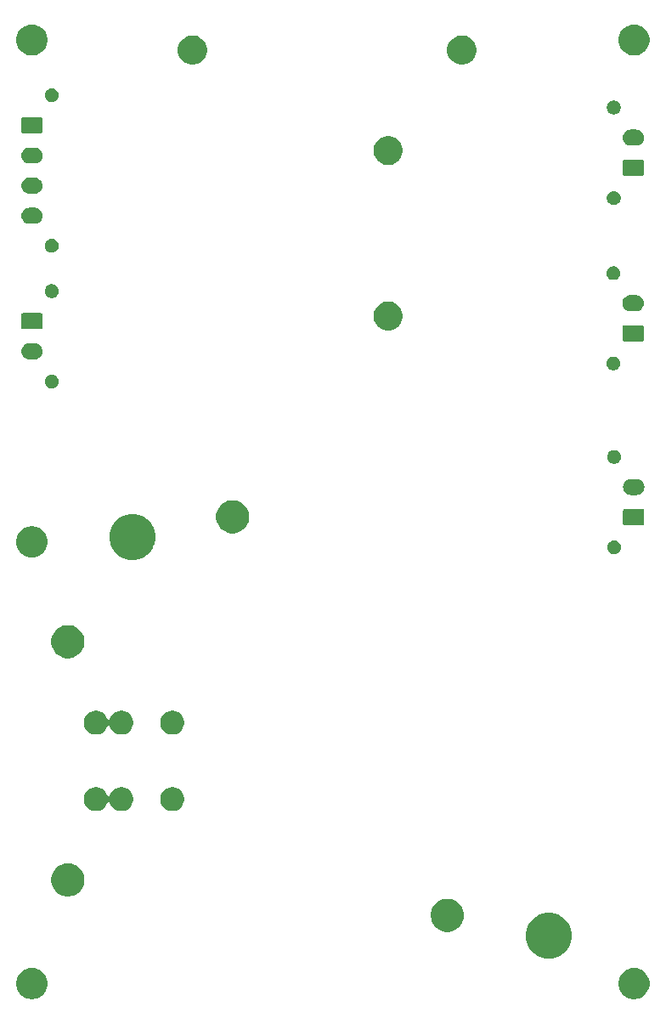
<source format=gbr>
G04 #@! TF.GenerationSoftware,KiCad,Pcbnew,(5.1.6)-1*
G04 #@! TF.CreationDate,2020-09-12T13:36:04-05:00*
G04 #@! TF.ProjectId,ContactorDriver,436f6e74-6163-4746-9f72-447269766572,rev?*
G04 #@! TF.SameCoordinates,Original*
G04 #@! TF.FileFunction,Soldermask,Bot*
G04 #@! TF.FilePolarity,Negative*
%FSLAX46Y46*%
G04 Gerber Fmt 4.6, Leading zero omitted, Abs format (unit mm)*
G04 Created by KiCad (PCBNEW (5.1.6)-1) date 2020-09-12 13:36:04*
%MOMM*%
%LPD*%
G01*
G04 APERTURE LIST*
%ADD10C,0.100000*%
G04 APERTURE END LIST*
D10*
G36*
X227302585Y-163478802D02*
G01*
X227452410Y-163508604D01*
X227734674Y-163625521D01*
X227988705Y-163795259D01*
X228204741Y-164011295D01*
X228374479Y-164265326D01*
X228491396Y-164547590D01*
X228551000Y-164847240D01*
X228551000Y-165152760D01*
X228491396Y-165452410D01*
X228374479Y-165734674D01*
X228204741Y-165988705D01*
X227988705Y-166204741D01*
X227734674Y-166374479D01*
X227452410Y-166491396D01*
X227302585Y-166521198D01*
X227152761Y-166551000D01*
X226847239Y-166551000D01*
X226697415Y-166521198D01*
X226547590Y-166491396D01*
X226265326Y-166374479D01*
X226011295Y-166204741D01*
X225795259Y-165988705D01*
X225625521Y-165734674D01*
X225508604Y-165452410D01*
X225449000Y-165152760D01*
X225449000Y-164847240D01*
X225508604Y-164547590D01*
X225625521Y-164265326D01*
X225795259Y-164011295D01*
X226011295Y-163795259D01*
X226265326Y-163625521D01*
X226547590Y-163508604D01*
X226697415Y-163478802D01*
X226847239Y-163449000D01*
X227152761Y-163449000D01*
X227302585Y-163478802D01*
G37*
G36*
X167302585Y-163478802D02*
G01*
X167452410Y-163508604D01*
X167734674Y-163625521D01*
X167988705Y-163795259D01*
X168204741Y-164011295D01*
X168374479Y-164265326D01*
X168491396Y-164547590D01*
X168551000Y-164847240D01*
X168551000Y-165152760D01*
X168491396Y-165452410D01*
X168374479Y-165734674D01*
X168204741Y-165988705D01*
X167988705Y-166204741D01*
X167734674Y-166374479D01*
X167452410Y-166491396D01*
X167302585Y-166521198D01*
X167152761Y-166551000D01*
X166847239Y-166551000D01*
X166697415Y-166521198D01*
X166547590Y-166491396D01*
X166265326Y-166374479D01*
X166011295Y-166204741D01*
X165795259Y-165988705D01*
X165625521Y-165734674D01*
X165508604Y-165452410D01*
X165449000Y-165152760D01*
X165449000Y-164847240D01*
X165508604Y-164547590D01*
X165625521Y-164265326D01*
X165795259Y-164011295D01*
X166011295Y-163795259D01*
X166265326Y-163625521D01*
X166547590Y-163508604D01*
X166697415Y-163478802D01*
X166847239Y-163449000D01*
X167152761Y-163449000D01*
X167302585Y-163478802D01*
G37*
G36*
X219171304Y-158037002D02*
G01*
X219590139Y-158210489D01*
X219590141Y-158210490D01*
X219779891Y-158337277D01*
X219967082Y-158462354D01*
X220287646Y-158782918D01*
X220539511Y-159159861D01*
X220712998Y-159578696D01*
X220801440Y-160023327D01*
X220801440Y-160476673D01*
X220712998Y-160921304D01*
X220539511Y-161340139D01*
X220539510Y-161340141D01*
X220287645Y-161717083D01*
X219967083Y-162037645D01*
X219590141Y-162289510D01*
X219590140Y-162289511D01*
X219590139Y-162289511D01*
X219171304Y-162462998D01*
X218726673Y-162551440D01*
X218273327Y-162551440D01*
X217828696Y-162462998D01*
X217409861Y-162289511D01*
X217409860Y-162289511D01*
X217409859Y-162289510D01*
X217032917Y-162037645D01*
X216712355Y-161717083D01*
X216460490Y-161340141D01*
X216460489Y-161340139D01*
X216287002Y-160921304D01*
X216198560Y-160476673D01*
X216198560Y-160023327D01*
X216287002Y-159578696D01*
X216460489Y-159159861D01*
X216712354Y-158782918D01*
X217032918Y-158462354D01*
X217220109Y-158337277D01*
X217409859Y-158210490D01*
X217409861Y-158210489D01*
X217828696Y-158037002D01*
X218273327Y-157948560D01*
X218726673Y-157948560D01*
X219171304Y-158037002D01*
G37*
G36*
X208775256Y-156591298D02*
G01*
X208881579Y-156612447D01*
X209182042Y-156736903D01*
X209452451Y-156917585D01*
X209682415Y-157147549D01*
X209682416Y-157147551D01*
X209863098Y-157417960D01*
X209987553Y-157718422D01*
X210051000Y-158037389D01*
X210051000Y-158362611D01*
X210008702Y-158575256D01*
X209987553Y-158681579D01*
X209863097Y-158982042D01*
X209682415Y-159252451D01*
X209452451Y-159482415D01*
X209182042Y-159663097D01*
X208881579Y-159787553D01*
X208775256Y-159808702D01*
X208562611Y-159851000D01*
X208237389Y-159851000D01*
X208024744Y-159808702D01*
X207918421Y-159787553D01*
X207617958Y-159663097D01*
X207347549Y-159482415D01*
X207117585Y-159252451D01*
X206936903Y-158982042D01*
X206812447Y-158681579D01*
X206791298Y-158575256D01*
X206749000Y-158362611D01*
X206749000Y-158037389D01*
X206812447Y-157718422D01*
X206936902Y-157417960D01*
X207117584Y-157147551D01*
X207117585Y-157147549D01*
X207347549Y-156917585D01*
X207617958Y-156736903D01*
X207918421Y-156612447D01*
X208024744Y-156591298D01*
X208237389Y-156549000D01*
X208562611Y-156549000D01*
X208775256Y-156591298D01*
G37*
G36*
X170955256Y-153071298D02*
G01*
X171061579Y-153092447D01*
X171362042Y-153216903D01*
X171632451Y-153397585D01*
X171862415Y-153627549D01*
X172043097Y-153897958D01*
X172167553Y-154198421D01*
X172231000Y-154517391D01*
X172231000Y-154842609D01*
X172167553Y-155161579D01*
X172043097Y-155462042D01*
X171862415Y-155732451D01*
X171632451Y-155962415D01*
X171362042Y-156143097D01*
X171061579Y-156267553D01*
X170955256Y-156288702D01*
X170742611Y-156331000D01*
X170417389Y-156331000D01*
X170204744Y-156288702D01*
X170098421Y-156267553D01*
X169797958Y-156143097D01*
X169527549Y-155962415D01*
X169297585Y-155732451D01*
X169116903Y-155462042D01*
X168992447Y-155161579D01*
X168929000Y-154842609D01*
X168929000Y-154517391D01*
X168992447Y-154198421D01*
X169116903Y-153897958D01*
X169297585Y-153627549D01*
X169527549Y-153397585D01*
X169797958Y-153216903D01*
X170098421Y-153092447D01*
X170204744Y-153071298D01*
X170417389Y-153029000D01*
X170742611Y-153029000D01*
X170955256Y-153071298D01*
G37*
G36*
X181348276Y-145471884D02*
G01*
X181565569Y-145561890D01*
X181565571Y-145561891D01*
X181761130Y-145692560D01*
X181927440Y-145858870D01*
X182058110Y-146054431D01*
X182148116Y-146271724D01*
X182194000Y-146502400D01*
X182194000Y-146737600D01*
X182148116Y-146968276D01*
X182058110Y-147185569D01*
X182058109Y-147185571D01*
X181927440Y-147381130D01*
X181761130Y-147547440D01*
X181565571Y-147678109D01*
X181565570Y-147678110D01*
X181565569Y-147678110D01*
X181348276Y-147768116D01*
X181117600Y-147814000D01*
X180882400Y-147814000D01*
X180651724Y-147768116D01*
X180434431Y-147678110D01*
X180434430Y-147678110D01*
X180434429Y-147678109D01*
X180238870Y-147547440D01*
X180072560Y-147381130D01*
X179941891Y-147185571D01*
X179941890Y-147185569D01*
X179851884Y-146968276D01*
X179806000Y-146737600D01*
X179806000Y-146502400D01*
X179851884Y-146271724D01*
X179941890Y-146054431D01*
X180072560Y-145858870D01*
X180238870Y-145692560D01*
X180434429Y-145561891D01*
X180434431Y-145561890D01*
X180651724Y-145471884D01*
X180882400Y-145426000D01*
X181117600Y-145426000D01*
X181348276Y-145471884D01*
G37*
G36*
X173728276Y-145471884D02*
G01*
X173945569Y-145561890D01*
X173945571Y-145561891D01*
X174141130Y-145692560D01*
X174307440Y-145858870D01*
X174438110Y-146054431D01*
X174529513Y-146275097D01*
X174534516Y-146291589D01*
X174546067Y-146313199D01*
X174561613Y-146332141D01*
X174580555Y-146347686D01*
X174602165Y-146359237D01*
X174625614Y-146366350D01*
X174650000Y-146368752D01*
X174674387Y-146366350D01*
X174697836Y-146359237D01*
X174719446Y-146347686D01*
X174738388Y-146332140D01*
X174753933Y-146313198D01*
X174765484Y-146291588D01*
X174770486Y-146275098D01*
X174861890Y-146054431D01*
X174992560Y-145858870D01*
X175158870Y-145692560D01*
X175354429Y-145561891D01*
X175354431Y-145561890D01*
X175571724Y-145471884D01*
X175802400Y-145426000D01*
X176037600Y-145426000D01*
X176268276Y-145471884D01*
X176485569Y-145561890D01*
X176485571Y-145561891D01*
X176681130Y-145692560D01*
X176847440Y-145858870D01*
X176978110Y-146054431D01*
X177068116Y-146271724D01*
X177114000Y-146502400D01*
X177114000Y-146737600D01*
X177068116Y-146968276D01*
X176978110Y-147185569D01*
X176978109Y-147185571D01*
X176847440Y-147381130D01*
X176681130Y-147547440D01*
X176485571Y-147678109D01*
X176485570Y-147678110D01*
X176485569Y-147678110D01*
X176268276Y-147768116D01*
X176037600Y-147814000D01*
X175802400Y-147814000D01*
X175571724Y-147768116D01*
X175354431Y-147678110D01*
X175354430Y-147678110D01*
X175354429Y-147678109D01*
X175158870Y-147547440D01*
X174992560Y-147381130D01*
X174861891Y-147185571D01*
X174771885Y-146968277D01*
X174770487Y-146964903D01*
X174765484Y-146948411D01*
X174753933Y-146926801D01*
X174738387Y-146907859D01*
X174719445Y-146892314D01*
X174697835Y-146880763D01*
X174674386Y-146873650D01*
X174650000Y-146871248D01*
X174625613Y-146873650D01*
X174602164Y-146880763D01*
X174580554Y-146892314D01*
X174561612Y-146907860D01*
X174546067Y-146926802D01*
X174534516Y-146948412D01*
X174529514Y-146964902D01*
X174438110Y-147185569D01*
X174438109Y-147185571D01*
X174307440Y-147381130D01*
X174141130Y-147547440D01*
X173945571Y-147678109D01*
X173945570Y-147678110D01*
X173945569Y-147678110D01*
X173728276Y-147768116D01*
X173497600Y-147814000D01*
X173262400Y-147814000D01*
X173031724Y-147768116D01*
X172814431Y-147678110D01*
X172814430Y-147678110D01*
X172814429Y-147678109D01*
X172618870Y-147547440D01*
X172452560Y-147381130D01*
X172321891Y-147185571D01*
X172321890Y-147185569D01*
X172231884Y-146968276D01*
X172186000Y-146737600D01*
X172186000Y-146502400D01*
X172231884Y-146271724D01*
X172321890Y-146054431D01*
X172452560Y-145858870D01*
X172618870Y-145692560D01*
X172814429Y-145561891D01*
X172814431Y-145561890D01*
X173031724Y-145471884D01*
X173262400Y-145426000D01*
X173497600Y-145426000D01*
X173728276Y-145471884D01*
G37*
G36*
X173728276Y-137851884D02*
G01*
X173945569Y-137941890D01*
X173945571Y-137941891D01*
X174141130Y-138072560D01*
X174307440Y-138238870D01*
X174438110Y-138434431D01*
X174529513Y-138655097D01*
X174534516Y-138671589D01*
X174546067Y-138693199D01*
X174561613Y-138712141D01*
X174580555Y-138727686D01*
X174602165Y-138739237D01*
X174625614Y-138746350D01*
X174650000Y-138748752D01*
X174674387Y-138746350D01*
X174697836Y-138739237D01*
X174719446Y-138727686D01*
X174738388Y-138712140D01*
X174753933Y-138693198D01*
X174765484Y-138671588D01*
X174770486Y-138655098D01*
X174861890Y-138434431D01*
X174992560Y-138238870D01*
X175158870Y-138072560D01*
X175354429Y-137941891D01*
X175354431Y-137941890D01*
X175571724Y-137851884D01*
X175802400Y-137806000D01*
X176037600Y-137806000D01*
X176268276Y-137851884D01*
X176485569Y-137941890D01*
X176485571Y-137941891D01*
X176681130Y-138072560D01*
X176847440Y-138238870D01*
X176978110Y-138434431D01*
X177068116Y-138651724D01*
X177114000Y-138882400D01*
X177114000Y-139117600D01*
X177068116Y-139348276D01*
X176978110Y-139565569D01*
X176978109Y-139565571D01*
X176847440Y-139761130D01*
X176681130Y-139927440D01*
X176485571Y-140058109D01*
X176485570Y-140058110D01*
X176485569Y-140058110D01*
X176268276Y-140148116D01*
X176037600Y-140194000D01*
X175802400Y-140194000D01*
X175571724Y-140148116D01*
X175354431Y-140058110D01*
X175354430Y-140058110D01*
X175354429Y-140058109D01*
X175158870Y-139927440D01*
X174992560Y-139761130D01*
X174861891Y-139565571D01*
X174771885Y-139348277D01*
X174770487Y-139344903D01*
X174765484Y-139328411D01*
X174753933Y-139306801D01*
X174738387Y-139287859D01*
X174719445Y-139272314D01*
X174697835Y-139260763D01*
X174674386Y-139253650D01*
X174650000Y-139251248D01*
X174625613Y-139253650D01*
X174602164Y-139260763D01*
X174580554Y-139272314D01*
X174561612Y-139287860D01*
X174546067Y-139306802D01*
X174534516Y-139328412D01*
X174529514Y-139344902D01*
X174438110Y-139565569D01*
X174438109Y-139565571D01*
X174307440Y-139761130D01*
X174141130Y-139927440D01*
X173945571Y-140058109D01*
X173945570Y-140058110D01*
X173945569Y-140058110D01*
X173728276Y-140148116D01*
X173497600Y-140194000D01*
X173262400Y-140194000D01*
X173031724Y-140148116D01*
X172814431Y-140058110D01*
X172814430Y-140058110D01*
X172814429Y-140058109D01*
X172618870Y-139927440D01*
X172452560Y-139761130D01*
X172321891Y-139565571D01*
X172321890Y-139565569D01*
X172231884Y-139348276D01*
X172186000Y-139117600D01*
X172186000Y-138882400D01*
X172231884Y-138651724D01*
X172321890Y-138434431D01*
X172452560Y-138238870D01*
X172618870Y-138072560D01*
X172814429Y-137941891D01*
X172814431Y-137941890D01*
X173031724Y-137851884D01*
X173262400Y-137806000D01*
X173497600Y-137806000D01*
X173728276Y-137851884D01*
G37*
G36*
X181348276Y-137851884D02*
G01*
X181565569Y-137941890D01*
X181565571Y-137941891D01*
X181761130Y-138072560D01*
X181927440Y-138238870D01*
X182058110Y-138434431D01*
X182148116Y-138651724D01*
X182194000Y-138882400D01*
X182194000Y-139117600D01*
X182148116Y-139348276D01*
X182058110Y-139565569D01*
X182058109Y-139565571D01*
X181927440Y-139761130D01*
X181761130Y-139927440D01*
X181565571Y-140058109D01*
X181565570Y-140058110D01*
X181565569Y-140058110D01*
X181348276Y-140148116D01*
X181117600Y-140194000D01*
X180882400Y-140194000D01*
X180651724Y-140148116D01*
X180434431Y-140058110D01*
X180434430Y-140058110D01*
X180434429Y-140058109D01*
X180238870Y-139927440D01*
X180072560Y-139761130D01*
X179941891Y-139565571D01*
X179941890Y-139565569D01*
X179851884Y-139348276D01*
X179806000Y-139117600D01*
X179806000Y-138882400D01*
X179851884Y-138651724D01*
X179941890Y-138434431D01*
X180072560Y-138238870D01*
X180238870Y-138072560D01*
X180434429Y-137941891D01*
X180434431Y-137941890D01*
X180651724Y-137851884D01*
X180882400Y-137806000D01*
X181117600Y-137806000D01*
X181348276Y-137851884D01*
G37*
G36*
X170955256Y-129331298D02*
G01*
X171061579Y-129352447D01*
X171362042Y-129476903D01*
X171632451Y-129657585D01*
X171862415Y-129887549D01*
X172043097Y-130157958D01*
X172167553Y-130458421D01*
X172231000Y-130777391D01*
X172231000Y-131102609D01*
X172167553Y-131421579D01*
X172043097Y-131722042D01*
X171862415Y-131992451D01*
X171632451Y-132222415D01*
X171362042Y-132403097D01*
X171061579Y-132527553D01*
X170955256Y-132548702D01*
X170742611Y-132591000D01*
X170417389Y-132591000D01*
X170204744Y-132548702D01*
X170098421Y-132527553D01*
X169797958Y-132403097D01*
X169527549Y-132222415D01*
X169297585Y-131992451D01*
X169116903Y-131722042D01*
X168992447Y-131421579D01*
X168929000Y-131102609D01*
X168929000Y-130777391D01*
X168992447Y-130458421D01*
X169116903Y-130157958D01*
X169297585Y-129887549D01*
X169527549Y-129657585D01*
X169797958Y-129476903D01*
X170098421Y-129352447D01*
X170204744Y-129331298D01*
X170417389Y-129289000D01*
X170742611Y-129289000D01*
X170955256Y-129331298D01*
G37*
G36*
X177671304Y-118287002D02*
G01*
X178090139Y-118460489D01*
X178090141Y-118460490D01*
X178279891Y-118587277D01*
X178467082Y-118712354D01*
X178787646Y-119032918D01*
X178876085Y-119165276D01*
X178986217Y-119330100D01*
X179039511Y-119409861D01*
X179212998Y-119828696D01*
X179301440Y-120273327D01*
X179301440Y-120726673D01*
X179212998Y-121171304D01*
X179096560Y-121452410D01*
X179039510Y-121590141D01*
X179035150Y-121596666D01*
X178863178Y-121854041D01*
X178787645Y-121967083D01*
X178467083Y-122287645D01*
X178090141Y-122539510D01*
X178090140Y-122539511D01*
X178090139Y-122539511D01*
X177671304Y-122712998D01*
X177226673Y-122801440D01*
X176773327Y-122801440D01*
X176328696Y-122712998D01*
X175909861Y-122539511D01*
X175909860Y-122539511D01*
X175909859Y-122539510D01*
X175532917Y-122287645D01*
X175212355Y-121967083D01*
X175136823Y-121854041D01*
X174964850Y-121596666D01*
X174960490Y-121590141D01*
X174903440Y-121452410D01*
X174787002Y-121171304D01*
X174698560Y-120726673D01*
X174698560Y-120273327D01*
X174787002Y-119828696D01*
X174960489Y-119409861D01*
X175013784Y-119330100D01*
X175123915Y-119165276D01*
X175212354Y-119032918D01*
X175532918Y-118712354D01*
X175720109Y-118587277D01*
X175909859Y-118460490D01*
X175909861Y-118460489D01*
X176328696Y-118287002D01*
X176773327Y-118198560D01*
X177226673Y-118198560D01*
X177671304Y-118287002D01*
G37*
G36*
X167302585Y-119478802D02*
G01*
X167452410Y-119508604D01*
X167734674Y-119625521D01*
X167988705Y-119795259D01*
X168204741Y-120011295D01*
X168374479Y-120265326D01*
X168491396Y-120547590D01*
X168491396Y-120547591D01*
X168551000Y-120847239D01*
X168551000Y-121152761D01*
X168547311Y-121171305D01*
X168491396Y-121452410D01*
X168374479Y-121734674D01*
X168204741Y-121988705D01*
X167988705Y-122204741D01*
X167734674Y-122374479D01*
X167452410Y-122491396D01*
X167302585Y-122521198D01*
X167152761Y-122551000D01*
X166847239Y-122551000D01*
X166697415Y-122521198D01*
X166547590Y-122491396D01*
X166265326Y-122374479D01*
X166011295Y-122204741D01*
X165795259Y-121988705D01*
X165625521Y-121734674D01*
X165508604Y-121452410D01*
X165452689Y-121171305D01*
X165449000Y-121152761D01*
X165449000Y-120847239D01*
X165508604Y-120547591D01*
X165508604Y-120547590D01*
X165625521Y-120265326D01*
X165795259Y-120011295D01*
X166011295Y-119795259D01*
X166265326Y-119625521D01*
X166547590Y-119508604D01*
X166697415Y-119478802D01*
X166847239Y-119449000D01*
X167152761Y-119449000D01*
X167302585Y-119478802D01*
G37*
G36*
X225214498Y-120869462D02*
G01*
X225339341Y-120921174D01*
X225339343Y-120921175D01*
X225451699Y-120996249D01*
X225547251Y-121091801D01*
X225587983Y-121152760D01*
X225622326Y-121204159D01*
X225674038Y-121329002D01*
X225700400Y-121461534D01*
X225700400Y-121596666D01*
X225674038Y-121729198D01*
X225622326Y-121854041D01*
X225622325Y-121854043D01*
X225547251Y-121966399D01*
X225451699Y-122061951D01*
X225339343Y-122137025D01*
X225339342Y-122137026D01*
X225339341Y-122137026D01*
X225214498Y-122188738D01*
X225081966Y-122215100D01*
X224946834Y-122215100D01*
X224814302Y-122188738D01*
X224689459Y-122137026D01*
X224689458Y-122137026D01*
X224689457Y-122137025D01*
X224577101Y-122061951D01*
X224481549Y-121966399D01*
X224406475Y-121854043D01*
X224406474Y-121854041D01*
X224354762Y-121729198D01*
X224328400Y-121596666D01*
X224328400Y-121461534D01*
X224354762Y-121329002D01*
X224406474Y-121204159D01*
X224440818Y-121152760D01*
X224481549Y-121091801D01*
X224577101Y-120996249D01*
X224689457Y-120921175D01*
X224689459Y-120921174D01*
X224814302Y-120869462D01*
X224946834Y-120843100D01*
X225081966Y-120843100D01*
X225214498Y-120869462D01*
G37*
G36*
X187375256Y-116891298D02*
G01*
X187481579Y-116912447D01*
X187782042Y-117036903D01*
X188052451Y-117217585D01*
X188282415Y-117447549D01*
X188282416Y-117447551D01*
X188463098Y-117717960D01*
X188499550Y-117805963D01*
X188545919Y-117917907D01*
X188587553Y-118018422D01*
X188640978Y-118287003D01*
X188651000Y-118337391D01*
X188651000Y-118662609D01*
X188587553Y-118981579D01*
X188463097Y-119282042D01*
X188282415Y-119552451D01*
X188052451Y-119782415D01*
X187782042Y-119963097D01*
X187481579Y-120087553D01*
X187375256Y-120108702D01*
X187162611Y-120151000D01*
X186837389Y-120151000D01*
X186624744Y-120108702D01*
X186518421Y-120087553D01*
X186217958Y-119963097D01*
X185947549Y-119782415D01*
X185717585Y-119552451D01*
X185536903Y-119282042D01*
X185412447Y-118981579D01*
X185349000Y-118662609D01*
X185349000Y-118337391D01*
X185359023Y-118287003D01*
X185412447Y-118018422D01*
X185454082Y-117917907D01*
X185500450Y-117805963D01*
X185536902Y-117717960D01*
X185717584Y-117447551D01*
X185717585Y-117447549D01*
X185947549Y-117217585D01*
X186217958Y-117036903D01*
X186518421Y-116912447D01*
X186624744Y-116891298D01*
X186837389Y-116849000D01*
X187162611Y-116849000D01*
X187375256Y-116891298D01*
G37*
G36*
X227887448Y-117732222D02*
G01*
X227921787Y-117742639D01*
X227953436Y-117759556D01*
X227981178Y-117782322D01*
X228003944Y-117810064D01*
X228020861Y-117841713D01*
X228031278Y-117876052D01*
X228035400Y-117917907D01*
X228035400Y-119140293D01*
X228031278Y-119182148D01*
X228020861Y-119216487D01*
X228003944Y-119248136D01*
X227981178Y-119275878D01*
X227953436Y-119298644D01*
X227921787Y-119315561D01*
X227887448Y-119325978D01*
X227845593Y-119330100D01*
X226103207Y-119330100D01*
X226061352Y-119325978D01*
X226027013Y-119315561D01*
X225995364Y-119298644D01*
X225967622Y-119275878D01*
X225944856Y-119248136D01*
X225927939Y-119216487D01*
X225917522Y-119182148D01*
X225913400Y-119140293D01*
X225913400Y-117917907D01*
X225917522Y-117876052D01*
X225927939Y-117841713D01*
X225944856Y-117810064D01*
X225967622Y-117782322D01*
X225995364Y-117759556D01*
X226027013Y-117742639D01*
X226061352Y-117732222D01*
X226103207Y-117728100D01*
X227845593Y-117728100D01*
X227887448Y-117732222D01*
G37*
G36*
X227312971Y-114731963D02*
G01*
X227391423Y-114739690D01*
X227492082Y-114770225D01*
X227542413Y-114785492D01*
X227681565Y-114859871D01*
X227803533Y-114959967D01*
X227903629Y-115081935D01*
X227978008Y-115221087D01*
X227978008Y-115221088D01*
X228023810Y-115372077D01*
X228039275Y-115529100D01*
X228023810Y-115686123D01*
X227993275Y-115786782D01*
X227978008Y-115837113D01*
X227903629Y-115976265D01*
X227803533Y-116098233D01*
X227681565Y-116198329D01*
X227542413Y-116272708D01*
X227492082Y-116287975D01*
X227391423Y-116318510D01*
X227312971Y-116326237D01*
X227273746Y-116330100D01*
X226675054Y-116330100D01*
X226635829Y-116326237D01*
X226557377Y-116318510D01*
X226456718Y-116287975D01*
X226406387Y-116272708D01*
X226267235Y-116198329D01*
X226145267Y-116098233D01*
X226045171Y-115976265D01*
X225970792Y-115837113D01*
X225955525Y-115786782D01*
X225924990Y-115686123D01*
X225909525Y-115529100D01*
X225924990Y-115372077D01*
X225970792Y-115221088D01*
X225970792Y-115221087D01*
X226045171Y-115081935D01*
X226145267Y-114959967D01*
X226267235Y-114859871D01*
X226406387Y-114785492D01*
X226456718Y-114770225D01*
X226557377Y-114739690D01*
X226635829Y-114731963D01*
X226675054Y-114728100D01*
X227273746Y-114728100D01*
X227312971Y-114731963D01*
G37*
G36*
X225214498Y-111869462D02*
G01*
X225339341Y-111921174D01*
X225339343Y-111921175D01*
X225451699Y-111996249D01*
X225547251Y-112091801D01*
X225622326Y-112204159D01*
X225674038Y-112329002D01*
X225700400Y-112461534D01*
X225700400Y-112596666D01*
X225674038Y-112729198D01*
X225622326Y-112854041D01*
X225622325Y-112854043D01*
X225547251Y-112966399D01*
X225451699Y-113061951D01*
X225339343Y-113137025D01*
X225339342Y-113137026D01*
X225339341Y-113137026D01*
X225214498Y-113188738D01*
X225081966Y-113215100D01*
X224946834Y-113215100D01*
X224814302Y-113188738D01*
X224689459Y-113137026D01*
X224689458Y-113137026D01*
X224689457Y-113137025D01*
X224577101Y-113061951D01*
X224481549Y-112966399D01*
X224406475Y-112854043D01*
X224406474Y-112854041D01*
X224354762Y-112729198D01*
X224328400Y-112596666D01*
X224328400Y-112461534D01*
X224354762Y-112329002D01*
X224406474Y-112204159D01*
X224481549Y-112091801D01*
X224577101Y-111996249D01*
X224689457Y-111921175D01*
X224689459Y-111921174D01*
X224814302Y-111869462D01*
X224946834Y-111843100D01*
X225081966Y-111843100D01*
X225214498Y-111869462D01*
G37*
G36*
X169160098Y-104340362D02*
G01*
X169284941Y-104392074D01*
X169284943Y-104392075D01*
X169397299Y-104467149D01*
X169492851Y-104562701D01*
X169567926Y-104675059D01*
X169619638Y-104799902D01*
X169646000Y-104932434D01*
X169646000Y-105067566D01*
X169619638Y-105200098D01*
X169567926Y-105324941D01*
X169567925Y-105324943D01*
X169492851Y-105437299D01*
X169397299Y-105532851D01*
X169284943Y-105607925D01*
X169284942Y-105607926D01*
X169284941Y-105607926D01*
X169160098Y-105659638D01*
X169027566Y-105686000D01*
X168892434Y-105686000D01*
X168759902Y-105659638D01*
X168635059Y-105607926D01*
X168635058Y-105607926D01*
X168635057Y-105607925D01*
X168522701Y-105532851D01*
X168427149Y-105437299D01*
X168352075Y-105324943D01*
X168352074Y-105324941D01*
X168300362Y-105200098D01*
X168274000Y-105067566D01*
X168274000Y-104932434D01*
X168300362Y-104799902D01*
X168352074Y-104675059D01*
X168427149Y-104562701D01*
X168522701Y-104467149D01*
X168635057Y-104392075D01*
X168635059Y-104392074D01*
X168759902Y-104340362D01*
X168892434Y-104314000D01*
X169027566Y-104314000D01*
X169160098Y-104340362D01*
G37*
G36*
X225163698Y-102556062D02*
G01*
X225288541Y-102607774D01*
X225288543Y-102607775D01*
X225380515Y-102669229D01*
X225400899Y-102682849D01*
X225496451Y-102778401D01*
X225571526Y-102890759D01*
X225623238Y-103015602D01*
X225649600Y-103148134D01*
X225649600Y-103283266D01*
X225623238Y-103415798D01*
X225571526Y-103540641D01*
X225571525Y-103540643D01*
X225496451Y-103652999D01*
X225400899Y-103748551D01*
X225288543Y-103823625D01*
X225288542Y-103823626D01*
X225288541Y-103823626D01*
X225163698Y-103875338D01*
X225031166Y-103901700D01*
X224896034Y-103901700D01*
X224763502Y-103875338D01*
X224638659Y-103823626D01*
X224638658Y-103823626D01*
X224638657Y-103823625D01*
X224526301Y-103748551D01*
X224430749Y-103652999D01*
X224355675Y-103540643D01*
X224355674Y-103540641D01*
X224303962Y-103415798D01*
X224277600Y-103283266D01*
X224277600Y-103148134D01*
X224303962Y-103015602D01*
X224355674Y-102890759D01*
X224430749Y-102778401D01*
X224526301Y-102682849D01*
X224546685Y-102669229D01*
X224638657Y-102607775D01*
X224638659Y-102607774D01*
X224763502Y-102556062D01*
X224896034Y-102529700D01*
X225031166Y-102529700D01*
X225163698Y-102556062D01*
G37*
G36*
X167338571Y-101202863D02*
G01*
X167417023Y-101210590D01*
X167517682Y-101241125D01*
X167568013Y-101256392D01*
X167707165Y-101330771D01*
X167829133Y-101430867D01*
X167929229Y-101552835D01*
X168003608Y-101691987D01*
X168003608Y-101691988D01*
X168049410Y-101842977D01*
X168064875Y-102000000D01*
X168049410Y-102157023D01*
X168018875Y-102257682D01*
X168003608Y-102308013D01*
X167929229Y-102447165D01*
X167829133Y-102569133D01*
X167707165Y-102669229D01*
X167568013Y-102743608D01*
X167517682Y-102758875D01*
X167417023Y-102789410D01*
X167338571Y-102797137D01*
X167299346Y-102801000D01*
X166700654Y-102801000D01*
X166661429Y-102797137D01*
X166582977Y-102789410D01*
X166482318Y-102758875D01*
X166431987Y-102743608D01*
X166292835Y-102669229D01*
X166170867Y-102569133D01*
X166070771Y-102447165D01*
X165996392Y-102308013D01*
X165981125Y-102257682D01*
X165950590Y-102157023D01*
X165935125Y-102000000D01*
X165950590Y-101842977D01*
X165996392Y-101691988D01*
X165996392Y-101691987D01*
X166070771Y-101552835D01*
X166170867Y-101430867D01*
X166292835Y-101330771D01*
X166431987Y-101256392D01*
X166482318Y-101241125D01*
X166582977Y-101210590D01*
X166661429Y-101202863D01*
X166700654Y-101199000D01*
X167299346Y-101199000D01*
X167338571Y-101202863D01*
G37*
G36*
X227836648Y-99418822D02*
G01*
X227870987Y-99429239D01*
X227902636Y-99446156D01*
X227930378Y-99468922D01*
X227953144Y-99496664D01*
X227970061Y-99528313D01*
X227980478Y-99562652D01*
X227984600Y-99604507D01*
X227984600Y-100826893D01*
X227980478Y-100868748D01*
X227970061Y-100903087D01*
X227953144Y-100934736D01*
X227930378Y-100962478D01*
X227902636Y-100985244D01*
X227870987Y-101002161D01*
X227836648Y-101012578D01*
X227794793Y-101016700D01*
X226052407Y-101016700D01*
X226010552Y-101012578D01*
X225976213Y-101002161D01*
X225944564Y-100985244D01*
X225916822Y-100962478D01*
X225894056Y-100934736D01*
X225877139Y-100903087D01*
X225866722Y-100868748D01*
X225862600Y-100826893D01*
X225862600Y-99604507D01*
X225866722Y-99562652D01*
X225877139Y-99528313D01*
X225894056Y-99496664D01*
X225916822Y-99468922D01*
X225944564Y-99446156D01*
X225976213Y-99429239D01*
X226010552Y-99418822D01*
X226052407Y-99414700D01*
X227794793Y-99414700D01*
X227836648Y-99418822D01*
G37*
G36*
X202923241Y-97104760D02*
G01*
X203187305Y-97214139D01*
X203424958Y-97372934D01*
X203627066Y-97575042D01*
X203785861Y-97812695D01*
X203895240Y-98076759D01*
X203951000Y-98357088D01*
X203951000Y-98642912D01*
X203895240Y-98923241D01*
X203785861Y-99187305D01*
X203627066Y-99424958D01*
X203424958Y-99627066D01*
X203187305Y-99785861D01*
X202923241Y-99895240D01*
X202642912Y-99951000D01*
X202357088Y-99951000D01*
X202076759Y-99895240D01*
X201812695Y-99785861D01*
X201575042Y-99627066D01*
X201372934Y-99424958D01*
X201214139Y-99187305D01*
X201104760Y-98923241D01*
X201049000Y-98642912D01*
X201049000Y-98357088D01*
X201104760Y-98076759D01*
X201214139Y-97812695D01*
X201372934Y-97575042D01*
X201575042Y-97372934D01*
X201812695Y-97214139D01*
X202076759Y-97104760D01*
X202357088Y-97049000D01*
X202642912Y-97049000D01*
X202923241Y-97104760D01*
G37*
G36*
X167913048Y-98203122D02*
G01*
X167947387Y-98213539D01*
X167979036Y-98230456D01*
X168006778Y-98253222D01*
X168029544Y-98280964D01*
X168046461Y-98312613D01*
X168056878Y-98346952D01*
X168061000Y-98388807D01*
X168061000Y-99611193D01*
X168056878Y-99653048D01*
X168046461Y-99687387D01*
X168029544Y-99719036D01*
X168006778Y-99746778D01*
X167979036Y-99769544D01*
X167947387Y-99786461D01*
X167913048Y-99796878D01*
X167871193Y-99801000D01*
X166128807Y-99801000D01*
X166086952Y-99796878D01*
X166052613Y-99786461D01*
X166020964Y-99769544D01*
X165993222Y-99746778D01*
X165970456Y-99719036D01*
X165953539Y-99687387D01*
X165943122Y-99653048D01*
X165939000Y-99611193D01*
X165939000Y-98388807D01*
X165943122Y-98346952D01*
X165953539Y-98312613D01*
X165970456Y-98280964D01*
X165993222Y-98253222D01*
X166020964Y-98230456D01*
X166052613Y-98213539D01*
X166086952Y-98203122D01*
X166128807Y-98199000D01*
X167871193Y-98199000D01*
X167913048Y-98203122D01*
G37*
G36*
X227262171Y-96418563D02*
G01*
X227340623Y-96426290D01*
X227441282Y-96456825D01*
X227491613Y-96472092D01*
X227630765Y-96546471D01*
X227752733Y-96646567D01*
X227852829Y-96768535D01*
X227927208Y-96907687D01*
X227927208Y-96907688D01*
X227973010Y-97058677D01*
X227988475Y-97215700D01*
X227973010Y-97372723D01*
X227942475Y-97473382D01*
X227927208Y-97523713D01*
X227852829Y-97662865D01*
X227752733Y-97784833D01*
X227630765Y-97884929D01*
X227491613Y-97959308D01*
X227441282Y-97974575D01*
X227340623Y-98005110D01*
X227262171Y-98012837D01*
X227222946Y-98016700D01*
X226624254Y-98016700D01*
X226585029Y-98012837D01*
X226506577Y-98005110D01*
X226405918Y-97974575D01*
X226355587Y-97959308D01*
X226216435Y-97884929D01*
X226094467Y-97784833D01*
X225994371Y-97662865D01*
X225919992Y-97523713D01*
X225904725Y-97473382D01*
X225874190Y-97372723D01*
X225858725Y-97215700D01*
X225874190Y-97058677D01*
X225919992Y-96907688D01*
X225919992Y-96907687D01*
X225994371Y-96768535D01*
X226094467Y-96646567D01*
X226216435Y-96546471D01*
X226355587Y-96472092D01*
X226405918Y-96456825D01*
X226506577Y-96426290D01*
X226585029Y-96418563D01*
X226624254Y-96414700D01*
X227222946Y-96414700D01*
X227262171Y-96418563D01*
G37*
G36*
X169160098Y-95340362D02*
G01*
X169284941Y-95392074D01*
X169284943Y-95392075D01*
X169397299Y-95467149D01*
X169492851Y-95562701D01*
X169567926Y-95675059D01*
X169619638Y-95799902D01*
X169646000Y-95932434D01*
X169646000Y-96067566D01*
X169619638Y-96200098D01*
X169567926Y-96324941D01*
X169567925Y-96324943D01*
X169492851Y-96437299D01*
X169397299Y-96532851D01*
X169284943Y-96607925D01*
X169284942Y-96607926D01*
X169284941Y-96607926D01*
X169160098Y-96659638D01*
X169027566Y-96686000D01*
X168892434Y-96686000D01*
X168759902Y-96659638D01*
X168635059Y-96607926D01*
X168635058Y-96607926D01*
X168635057Y-96607925D01*
X168522701Y-96532851D01*
X168427149Y-96437299D01*
X168352075Y-96324943D01*
X168352074Y-96324941D01*
X168300362Y-96200098D01*
X168274000Y-96067566D01*
X168274000Y-95932434D01*
X168300362Y-95799902D01*
X168352074Y-95675059D01*
X168427149Y-95562701D01*
X168522701Y-95467149D01*
X168635057Y-95392075D01*
X168635059Y-95392074D01*
X168759902Y-95340362D01*
X168892434Y-95314000D01*
X169027566Y-95314000D01*
X169160098Y-95340362D01*
G37*
G36*
X225163698Y-93556062D02*
G01*
X225288541Y-93607774D01*
X225288543Y-93607775D01*
X225400899Y-93682849D01*
X225496451Y-93778401D01*
X225571526Y-93890759D01*
X225623238Y-94015602D01*
X225649600Y-94148134D01*
X225649600Y-94283266D01*
X225623238Y-94415798D01*
X225571526Y-94540641D01*
X225571525Y-94540643D01*
X225496451Y-94652999D01*
X225400899Y-94748551D01*
X225288543Y-94823625D01*
X225288542Y-94823626D01*
X225288541Y-94823626D01*
X225163698Y-94875338D01*
X225031166Y-94901700D01*
X224896034Y-94901700D01*
X224763502Y-94875338D01*
X224638659Y-94823626D01*
X224638658Y-94823626D01*
X224638657Y-94823625D01*
X224526301Y-94748551D01*
X224430749Y-94652999D01*
X224355675Y-94540643D01*
X224355674Y-94540641D01*
X224303962Y-94415798D01*
X224277600Y-94283266D01*
X224277600Y-94148134D01*
X224303962Y-94015602D01*
X224355674Y-93890759D01*
X224430749Y-93778401D01*
X224526301Y-93682849D01*
X224638657Y-93607775D01*
X224638659Y-93607774D01*
X224763502Y-93556062D01*
X224896034Y-93529700D01*
X225031166Y-93529700D01*
X225163698Y-93556062D01*
G37*
G36*
X169160098Y-90840362D02*
G01*
X169284941Y-90892074D01*
X169284943Y-90892075D01*
X169397299Y-90967149D01*
X169492851Y-91062701D01*
X169567926Y-91175059D01*
X169619638Y-91299902D01*
X169646000Y-91432434D01*
X169646000Y-91567566D01*
X169619638Y-91700098D01*
X169567926Y-91824941D01*
X169567925Y-91824943D01*
X169492851Y-91937299D01*
X169397299Y-92032851D01*
X169284943Y-92107925D01*
X169284942Y-92107926D01*
X169284941Y-92107926D01*
X169160098Y-92159638D01*
X169027566Y-92186000D01*
X168892434Y-92186000D01*
X168759902Y-92159638D01*
X168635059Y-92107926D01*
X168635058Y-92107926D01*
X168635057Y-92107925D01*
X168522701Y-92032851D01*
X168427149Y-91937299D01*
X168352075Y-91824943D01*
X168352074Y-91824941D01*
X168300362Y-91700098D01*
X168274000Y-91567566D01*
X168274000Y-91432434D01*
X168300362Y-91299902D01*
X168352074Y-91175059D01*
X168427149Y-91062701D01*
X168522701Y-90967149D01*
X168635057Y-90892075D01*
X168635059Y-90892074D01*
X168759902Y-90840362D01*
X168892434Y-90814000D01*
X169027566Y-90814000D01*
X169160098Y-90840362D01*
G37*
G36*
X167338571Y-87702863D02*
G01*
X167417023Y-87710590D01*
X167517682Y-87741125D01*
X167568013Y-87756392D01*
X167707165Y-87830771D01*
X167829133Y-87930867D01*
X167929229Y-88052835D01*
X168003608Y-88191987D01*
X168003608Y-88191988D01*
X168049410Y-88342977D01*
X168064875Y-88500000D01*
X168049410Y-88657023D01*
X168018875Y-88757682D01*
X168003608Y-88808013D01*
X167929229Y-88947165D01*
X167829133Y-89069133D01*
X167707165Y-89169229D01*
X167568013Y-89243608D01*
X167517682Y-89258875D01*
X167417023Y-89289410D01*
X167338571Y-89297137D01*
X167299346Y-89301000D01*
X166700654Y-89301000D01*
X166661429Y-89297137D01*
X166582977Y-89289410D01*
X166482318Y-89258875D01*
X166431987Y-89243608D01*
X166292835Y-89169229D01*
X166170867Y-89069133D01*
X166070771Y-88947165D01*
X165996392Y-88808013D01*
X165981125Y-88757682D01*
X165950590Y-88657023D01*
X165935125Y-88500000D01*
X165950590Y-88342977D01*
X165996392Y-88191988D01*
X165996392Y-88191987D01*
X166070771Y-88052835D01*
X166170867Y-87930867D01*
X166292835Y-87830771D01*
X166431987Y-87756392D01*
X166482318Y-87741125D01*
X166582977Y-87710590D01*
X166661429Y-87702863D01*
X166700654Y-87699000D01*
X167299346Y-87699000D01*
X167338571Y-87702863D01*
G37*
G36*
X225189098Y-86058762D02*
G01*
X225313941Y-86110474D01*
X225313943Y-86110475D01*
X225401874Y-86169229D01*
X225426299Y-86185549D01*
X225521851Y-86281101D01*
X225596926Y-86393459D01*
X225648638Y-86518302D01*
X225675000Y-86650834D01*
X225675000Y-86785966D01*
X225648638Y-86918498D01*
X225596926Y-87043341D01*
X225596925Y-87043343D01*
X225521851Y-87155699D01*
X225426299Y-87251251D01*
X225313943Y-87326325D01*
X225313942Y-87326326D01*
X225313941Y-87326326D01*
X225189098Y-87378038D01*
X225056566Y-87404400D01*
X224921434Y-87404400D01*
X224788902Y-87378038D01*
X224664059Y-87326326D01*
X224664058Y-87326326D01*
X224664057Y-87326325D01*
X224551701Y-87251251D01*
X224456149Y-87155699D01*
X224381075Y-87043343D01*
X224381074Y-87043341D01*
X224329362Y-86918498D01*
X224303000Y-86785966D01*
X224303000Y-86650834D01*
X224329362Y-86518302D01*
X224381074Y-86393459D01*
X224456149Y-86281101D01*
X224551701Y-86185549D01*
X224576126Y-86169229D01*
X224664057Y-86110475D01*
X224664059Y-86110474D01*
X224788902Y-86058762D01*
X224921434Y-86032400D01*
X225056566Y-86032400D01*
X225189098Y-86058762D01*
G37*
G36*
X167338571Y-84702863D02*
G01*
X167417023Y-84710590D01*
X167517682Y-84741125D01*
X167568013Y-84756392D01*
X167707165Y-84830771D01*
X167829133Y-84930867D01*
X167929229Y-85052835D01*
X168003608Y-85191987D01*
X168003608Y-85191988D01*
X168049410Y-85342977D01*
X168064875Y-85500000D01*
X168049410Y-85657023D01*
X168018875Y-85757682D01*
X168003608Y-85808013D01*
X167929229Y-85947165D01*
X167829133Y-86069133D01*
X167707165Y-86169229D01*
X167568013Y-86243608D01*
X167517682Y-86258875D01*
X167417023Y-86289410D01*
X167338571Y-86297137D01*
X167299346Y-86301000D01*
X166700654Y-86301000D01*
X166661429Y-86297137D01*
X166582977Y-86289410D01*
X166482318Y-86258875D01*
X166431987Y-86243608D01*
X166292835Y-86169229D01*
X166170867Y-86069133D01*
X166070771Y-85947165D01*
X165996392Y-85808013D01*
X165981125Y-85757682D01*
X165950590Y-85657023D01*
X165935125Y-85500000D01*
X165950590Y-85342977D01*
X165996392Y-85191988D01*
X165996392Y-85191987D01*
X166070771Y-85052835D01*
X166170867Y-84930867D01*
X166292835Y-84830771D01*
X166431987Y-84756392D01*
X166482318Y-84741125D01*
X166582977Y-84710590D01*
X166661429Y-84702863D01*
X166700654Y-84699000D01*
X167299346Y-84699000D01*
X167338571Y-84702863D01*
G37*
G36*
X227862048Y-82921522D02*
G01*
X227896387Y-82931939D01*
X227928036Y-82948856D01*
X227955778Y-82971622D01*
X227978544Y-82999364D01*
X227995461Y-83031013D01*
X228005878Y-83065352D01*
X228010000Y-83107207D01*
X228010000Y-84329593D01*
X228005878Y-84371448D01*
X227995461Y-84405787D01*
X227978544Y-84437436D01*
X227955778Y-84465178D01*
X227928036Y-84487944D01*
X227896387Y-84504861D01*
X227862048Y-84515278D01*
X227820193Y-84519400D01*
X226077807Y-84519400D01*
X226035952Y-84515278D01*
X226001613Y-84504861D01*
X225969964Y-84487944D01*
X225942222Y-84465178D01*
X225919456Y-84437436D01*
X225902539Y-84405787D01*
X225892122Y-84371448D01*
X225888000Y-84329593D01*
X225888000Y-83107207D01*
X225892122Y-83065352D01*
X225902539Y-83031013D01*
X225919456Y-82999364D01*
X225942222Y-82971622D01*
X225969964Y-82948856D01*
X226001613Y-82931939D01*
X226035952Y-82921522D01*
X226077807Y-82917400D01*
X227820193Y-82917400D01*
X227862048Y-82921522D01*
G37*
G36*
X202923241Y-80604760D02*
G01*
X203187305Y-80714139D01*
X203424958Y-80872934D01*
X203627066Y-81075042D01*
X203785861Y-81312695D01*
X203895240Y-81576759D01*
X203951000Y-81857088D01*
X203951000Y-82142912D01*
X203895240Y-82423241D01*
X203785861Y-82687305D01*
X203627066Y-82924958D01*
X203424958Y-83127066D01*
X203187305Y-83285861D01*
X202923241Y-83395240D01*
X202642912Y-83451000D01*
X202357088Y-83451000D01*
X202076759Y-83395240D01*
X201812695Y-83285861D01*
X201575042Y-83127066D01*
X201372934Y-82924958D01*
X201214139Y-82687305D01*
X201104760Y-82423241D01*
X201049000Y-82142912D01*
X201049000Y-81857088D01*
X201104760Y-81576759D01*
X201214139Y-81312695D01*
X201372934Y-81075042D01*
X201575042Y-80872934D01*
X201812695Y-80714139D01*
X202076759Y-80604760D01*
X202357088Y-80549000D01*
X202642912Y-80549000D01*
X202923241Y-80604760D01*
G37*
G36*
X167338571Y-81702863D02*
G01*
X167417023Y-81710590D01*
X167517682Y-81741125D01*
X167568013Y-81756392D01*
X167707165Y-81830771D01*
X167829133Y-81930867D01*
X167929229Y-82052835D01*
X168003608Y-82191987D01*
X168003608Y-82191988D01*
X168049410Y-82342977D01*
X168064875Y-82500000D01*
X168049410Y-82657023D01*
X168018875Y-82757682D01*
X168003608Y-82808013D01*
X167929229Y-82947165D01*
X167829133Y-83069133D01*
X167707165Y-83169229D01*
X167568013Y-83243608D01*
X167517682Y-83258875D01*
X167417023Y-83289410D01*
X167338571Y-83297137D01*
X167299346Y-83301000D01*
X166700654Y-83301000D01*
X166661429Y-83297137D01*
X166582977Y-83289410D01*
X166482318Y-83258875D01*
X166431987Y-83243608D01*
X166292835Y-83169229D01*
X166170867Y-83069133D01*
X166070771Y-82947165D01*
X165996392Y-82808013D01*
X165981125Y-82757682D01*
X165950590Y-82657023D01*
X165935125Y-82500000D01*
X165950590Y-82342977D01*
X165996392Y-82191988D01*
X165996392Y-82191987D01*
X166070771Y-82052835D01*
X166170867Y-81930867D01*
X166292835Y-81830771D01*
X166431987Y-81756392D01*
X166482318Y-81741125D01*
X166582977Y-81710590D01*
X166661429Y-81702863D01*
X166700654Y-81699000D01*
X167299346Y-81699000D01*
X167338571Y-81702863D01*
G37*
G36*
X227287571Y-79921263D02*
G01*
X227366023Y-79928990D01*
X227466682Y-79959525D01*
X227517013Y-79974792D01*
X227656165Y-80049171D01*
X227778133Y-80149267D01*
X227878229Y-80271235D01*
X227952608Y-80410387D01*
X227952608Y-80410388D01*
X227998410Y-80561377D01*
X228013875Y-80718400D01*
X227998410Y-80875423D01*
X227967875Y-80976082D01*
X227952608Y-81026413D01*
X227878229Y-81165565D01*
X227778133Y-81287533D01*
X227656165Y-81387629D01*
X227517013Y-81462008D01*
X227466682Y-81477275D01*
X227366023Y-81507810D01*
X227287571Y-81515537D01*
X227248346Y-81519400D01*
X226649654Y-81519400D01*
X226610429Y-81515537D01*
X226531977Y-81507810D01*
X226431318Y-81477275D01*
X226380987Y-81462008D01*
X226241835Y-81387629D01*
X226119867Y-81287533D01*
X226019771Y-81165565D01*
X225945392Y-81026413D01*
X225930125Y-80976082D01*
X225899590Y-80875423D01*
X225884125Y-80718400D01*
X225899590Y-80561377D01*
X225945392Y-80410388D01*
X225945392Y-80410387D01*
X226019771Y-80271235D01*
X226119867Y-80149267D01*
X226241835Y-80049171D01*
X226380987Y-79974792D01*
X226431318Y-79959525D01*
X226531977Y-79928990D01*
X226610429Y-79921263D01*
X226649654Y-79917400D01*
X227248346Y-79917400D01*
X227287571Y-79921263D01*
G37*
G36*
X167913048Y-78703122D02*
G01*
X167947387Y-78713539D01*
X167979036Y-78730456D01*
X168006778Y-78753222D01*
X168029544Y-78780964D01*
X168046461Y-78812613D01*
X168056878Y-78846952D01*
X168061000Y-78888807D01*
X168061000Y-80111193D01*
X168056878Y-80153048D01*
X168046461Y-80187387D01*
X168029544Y-80219036D01*
X168006778Y-80246778D01*
X167979036Y-80269544D01*
X167947387Y-80286461D01*
X167913048Y-80296878D01*
X167871193Y-80301000D01*
X166128807Y-80301000D01*
X166086952Y-80296878D01*
X166052613Y-80286461D01*
X166020964Y-80269544D01*
X165993222Y-80246778D01*
X165970456Y-80219036D01*
X165953539Y-80187387D01*
X165943122Y-80153048D01*
X165939000Y-80111193D01*
X165939000Y-78888807D01*
X165943122Y-78846952D01*
X165953539Y-78812613D01*
X165970456Y-78780964D01*
X165993222Y-78753222D01*
X166020964Y-78730456D01*
X166052613Y-78713539D01*
X166086952Y-78703122D01*
X166128807Y-78699000D01*
X167871193Y-78699000D01*
X167913048Y-78703122D01*
G37*
G36*
X225189098Y-77058762D02*
G01*
X225313941Y-77110474D01*
X225313943Y-77110475D01*
X225426299Y-77185549D01*
X225521851Y-77281101D01*
X225596926Y-77393459D01*
X225648638Y-77518302D01*
X225675000Y-77650834D01*
X225675000Y-77785966D01*
X225648638Y-77918498D01*
X225596926Y-78043341D01*
X225596925Y-78043343D01*
X225521851Y-78155699D01*
X225426299Y-78251251D01*
X225313943Y-78326325D01*
X225313942Y-78326326D01*
X225313941Y-78326326D01*
X225189098Y-78378038D01*
X225056566Y-78404400D01*
X224921434Y-78404400D01*
X224788902Y-78378038D01*
X224664059Y-78326326D01*
X224664058Y-78326326D01*
X224664057Y-78326325D01*
X224551701Y-78251251D01*
X224456149Y-78155699D01*
X224381075Y-78043343D01*
X224381074Y-78043341D01*
X224329362Y-77918498D01*
X224303000Y-77785966D01*
X224303000Y-77650834D01*
X224329362Y-77518302D01*
X224381074Y-77393459D01*
X224456149Y-77281101D01*
X224551701Y-77185549D01*
X224664057Y-77110475D01*
X224664059Y-77110474D01*
X224788902Y-77058762D01*
X224921434Y-77032400D01*
X225056566Y-77032400D01*
X225189098Y-77058762D01*
G37*
G36*
X169160098Y-75840362D02*
G01*
X169284941Y-75892074D01*
X169284943Y-75892075D01*
X169397299Y-75967149D01*
X169492851Y-76062701D01*
X169567926Y-76175059D01*
X169619638Y-76299902D01*
X169646000Y-76432434D01*
X169646000Y-76567566D01*
X169619638Y-76700098D01*
X169567926Y-76824941D01*
X169567925Y-76824943D01*
X169492851Y-76937299D01*
X169397299Y-77032851D01*
X169284943Y-77107925D01*
X169284942Y-77107926D01*
X169284941Y-77107926D01*
X169160098Y-77159638D01*
X169027566Y-77186000D01*
X168892434Y-77186000D01*
X168759902Y-77159638D01*
X168635059Y-77107926D01*
X168635058Y-77107926D01*
X168635057Y-77107925D01*
X168522701Y-77032851D01*
X168427149Y-76937299D01*
X168352075Y-76824943D01*
X168352074Y-76824941D01*
X168300362Y-76700098D01*
X168274000Y-76567566D01*
X168274000Y-76432434D01*
X168300362Y-76299902D01*
X168352074Y-76175059D01*
X168427149Y-76062701D01*
X168522701Y-75967149D01*
X168635057Y-75892075D01*
X168635059Y-75892074D01*
X168759902Y-75840362D01*
X168892434Y-75814000D01*
X169027566Y-75814000D01*
X169160098Y-75840362D01*
G37*
G36*
X210268541Y-70604760D02*
G01*
X210532605Y-70714139D01*
X210770258Y-70872934D01*
X210972366Y-71075042D01*
X211131161Y-71312695D01*
X211240540Y-71576759D01*
X211296300Y-71857088D01*
X211296300Y-72142912D01*
X211240540Y-72423241D01*
X211131161Y-72687305D01*
X210972366Y-72924958D01*
X210770258Y-73127066D01*
X210532605Y-73285861D01*
X210268541Y-73395240D01*
X209988212Y-73451000D01*
X209702388Y-73451000D01*
X209422059Y-73395240D01*
X209157995Y-73285861D01*
X208920342Y-73127066D01*
X208718234Y-72924958D01*
X208559439Y-72687305D01*
X208450060Y-72423241D01*
X208394300Y-72142912D01*
X208394300Y-71857088D01*
X208450060Y-71576759D01*
X208559439Y-71312695D01*
X208718234Y-71075042D01*
X208920342Y-70872934D01*
X209157995Y-70714139D01*
X209422059Y-70604760D01*
X209702388Y-70549000D01*
X209988212Y-70549000D01*
X210268541Y-70604760D01*
G37*
G36*
X183423241Y-70604760D02*
G01*
X183687305Y-70714139D01*
X183924958Y-70872934D01*
X184127066Y-71075042D01*
X184285861Y-71312695D01*
X184395240Y-71576759D01*
X184451000Y-71857088D01*
X184451000Y-72142912D01*
X184395240Y-72423241D01*
X184285861Y-72687305D01*
X184127066Y-72924958D01*
X183924958Y-73127066D01*
X183687305Y-73285861D01*
X183423241Y-73395240D01*
X183142912Y-73451000D01*
X182857088Y-73451000D01*
X182576759Y-73395240D01*
X182312695Y-73285861D01*
X182075042Y-73127066D01*
X181872934Y-72924958D01*
X181714139Y-72687305D01*
X181604760Y-72423241D01*
X181549000Y-72142912D01*
X181549000Y-71857088D01*
X181604760Y-71576759D01*
X181714139Y-71312695D01*
X181872934Y-71075042D01*
X182075042Y-70872934D01*
X182312695Y-70714139D01*
X182576759Y-70604760D01*
X182857088Y-70549000D01*
X183142912Y-70549000D01*
X183423241Y-70604760D01*
G37*
G36*
X227302585Y-69478802D02*
G01*
X227452410Y-69508604D01*
X227734674Y-69625521D01*
X227988705Y-69795259D01*
X228204741Y-70011295D01*
X228374479Y-70265326D01*
X228491396Y-70547590D01*
X228551000Y-70847240D01*
X228551000Y-71152760D01*
X228491396Y-71452410D01*
X228374479Y-71734674D01*
X228204741Y-71988705D01*
X227988705Y-72204741D01*
X227734674Y-72374479D01*
X227452410Y-72491396D01*
X227302585Y-72521198D01*
X227152761Y-72551000D01*
X226847239Y-72551000D01*
X226697415Y-72521198D01*
X226547590Y-72491396D01*
X226265326Y-72374479D01*
X226011295Y-72204741D01*
X225795259Y-71988705D01*
X225625521Y-71734674D01*
X225508604Y-71452410D01*
X225449000Y-71152760D01*
X225449000Y-70847240D01*
X225508604Y-70547590D01*
X225625521Y-70265326D01*
X225795259Y-70011295D01*
X226011295Y-69795259D01*
X226265326Y-69625521D01*
X226547590Y-69508604D01*
X226697415Y-69478802D01*
X226847239Y-69449000D01*
X227152761Y-69449000D01*
X227302585Y-69478802D01*
G37*
G36*
X167302585Y-69478802D02*
G01*
X167452410Y-69508604D01*
X167734674Y-69625521D01*
X167988705Y-69795259D01*
X168204741Y-70011295D01*
X168374479Y-70265326D01*
X168491396Y-70547590D01*
X168551000Y-70847240D01*
X168551000Y-71152760D01*
X168491396Y-71452410D01*
X168374479Y-71734674D01*
X168204741Y-71988705D01*
X167988705Y-72204741D01*
X167734674Y-72374479D01*
X167452410Y-72491396D01*
X167302585Y-72521198D01*
X167152761Y-72551000D01*
X166847239Y-72551000D01*
X166697415Y-72521198D01*
X166547590Y-72491396D01*
X166265326Y-72374479D01*
X166011295Y-72204741D01*
X165795259Y-71988705D01*
X165625521Y-71734674D01*
X165508604Y-71452410D01*
X165449000Y-71152760D01*
X165449000Y-70847240D01*
X165508604Y-70547590D01*
X165625521Y-70265326D01*
X165795259Y-70011295D01*
X166011295Y-69795259D01*
X166265326Y-69625521D01*
X166547590Y-69508604D01*
X166697415Y-69478802D01*
X166847239Y-69449000D01*
X167152761Y-69449000D01*
X167302585Y-69478802D01*
G37*
M02*

</source>
